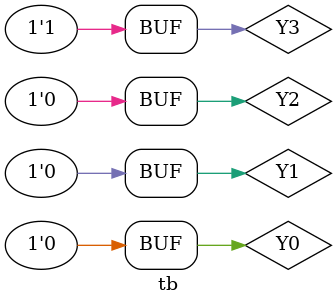
<source format=v>
module tb();

    reg Y0,Y1,Y2,Y3;

    wire A0,A1;

    encoder dut (
        .Y0(Y0),
        .Y1(Y1),
        .Y2(Y2),
        .Y3(Y3),
        .A0(A0),
        .A1(A1)
    );

    initial begin
      
      Y3 <= 1'b0;
      Y2 <= 1'b0;
      Y1 <= 1'b0;
      Y0 <= 1'b1;
      #100;

      Y3 <= 1'b0;
      Y2 <= 1'b0;
      Y1 <= 1'b1;
      Y0 <= 1'b0;
      #100;

      Y3 <= 1'b0;
      Y2 <= 1'b1;
      Y1 <= 1'b0;
      Y0 <= 1'b0;
      #100;

      Y3 <= 1'b1;
      Y2 <= 1'b0;
      Y1 <= 1'b0;
      Y0 <= 1'b0;
      #100;

    end

    initial begin
      $dumpfile("dump.vcd");
      $dumpvars(0);
    end

endmodule
</source>
